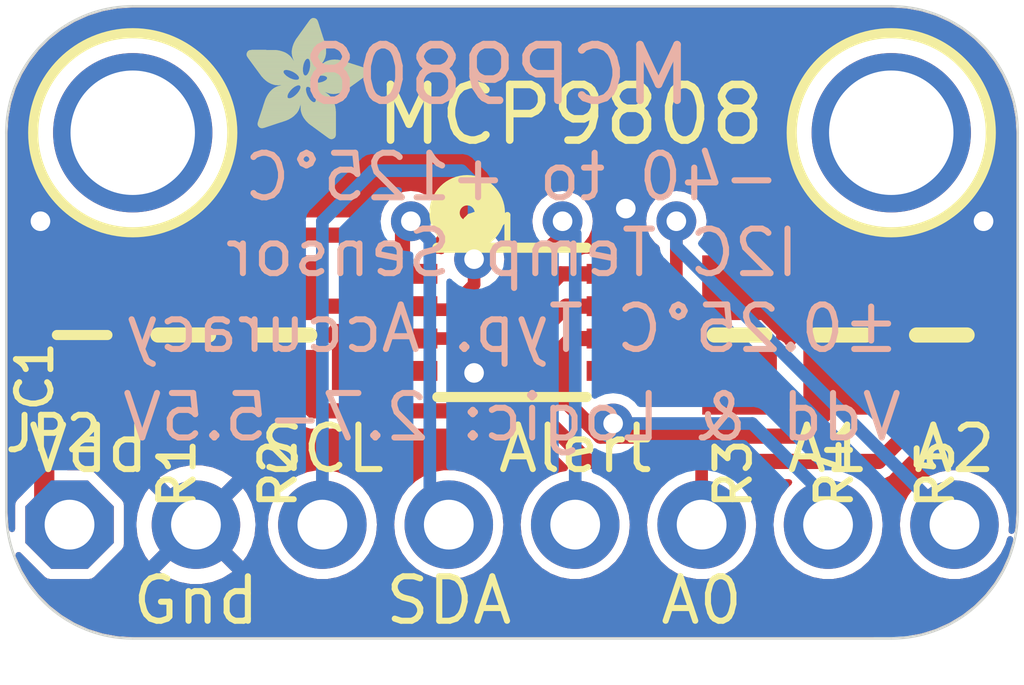
<source format=kicad_pcb>
(kicad_pcb (version 20221018) (generator pcbnew)
  (layers (0 "F.Cu" signal) (31 "B.Cu" signal) (34 "B.Paste" user) (35 "F.Paste" user) (36 "B.SilkS" user "B.Silkscreen") (37 "F.SilkS" user "F.Silkscreen") (38 "B.Mask" user) (39 "F.Mask" user) (44 "Edge.Cuts" user))
  (net 0 "")
  (net 1 "GND")
  (net 2 "VDD")
  (net 3 "SDA")
  (net 4 "SCL")
  (net 5 "ALERT")
  (net 6 "A0")
  (net 7 "A1")
  (net 8 "A2")
  (footprint "working:0805-NO" (layer "F.Cu") (at 155.1051 105.2576 -90)
    (fp_text reference "R4" (at 2.032 0.127 90) (layer "F.SilkS") (effects (font (size 0.692831 0.692831) (thickness 0.119969)) (justify right)))
    (fp_text value "10K")
    (pad "1" smd rect (at -0.95 0 270) (size 1.3 1.5) (layers "F.Cu" "F.Paste" "F.Mask") (net 1 "GND"))
    (pad "2" smd rect (at 0.95 0 270) (size 1.3 1.5) (layers "F.Cu" "F.Paste" "F.Mask") (net 7 "A1"))
  )
  (footprint "working:_0805MP" (layer "F.Cu") (at 139.8651 105.2576 90)
    (fp_text reference "C1" (at -1.5875 -0.9525 90) (layer "F.SilkS") (effects (font (size 0.692831 0.692831) (thickness 0.119969)) (justify left)))
    (fp_text value "1uF")
    (pad "1" smd rect (at -1.016 0 90) (size 1.2 1.3) (layers "F.Cu" "F.Paste" "F.Mask") (net 2 "VDD"))
    (pad "2" smd rect (at 1.016 0 90) (size 1.2 1.3) (layers "F.Cu" "F.Paste" "F.Mask") (net 1 "GND"))
  )
  (footprint "working:MOUNTINGHOLE_2.5_PLATED" (layer "F.Cu") (at 156.1211 101.1936)
    (fp_text reference "U$5" hide)
    (fp_text value "MOUNTINGHOLE2.5" hide)
    (pad "P$1" thru_hole circle (at 0 0) (size 3.2 3.2) (drill 2.5) (layers "*.Cu" "*.Mask"))
    (zone (net 0) (net_name "") (layer "F.Cu") (connect_pads (clearance 0)) (min_thickness 0.25)
      (keepout (tracks not_allowed) (vias not_allowed) (pads not_allowed) (copperpour not_allowed) (footprints allowed))
      (fill (thermal_gap 0.5) (thermal_bridge_width 0.5))
      (polygon (pts (xy 158.1371 101.1936) (xy 158.11748 100.913027) (xy 158.059004 100.637915) (xy 157.962808 100.373619) (xy 157.830765 100.125283) (xy 157.665446 99.89774) (xy 157.470067 99.69542) (xy 157.248433 99.52226) (xy 157.004856 99.381631) (xy 156.744078 99.27627) (xy 156.471175 99.208228) (xy 156.191457 99.178828) (xy 155.910371 99.188644) (xy 155.633385 99.237484) (xy 155.365893 99.324397) (xy 155.1131 99.447693) (xy 154.879926 99.60497) (xy 154.670911 99.793169) (xy 154.490122 100.008625) (xy 154.341078 100.247145) (xy 154.22668 100.504087) (xy 154.149154 100.77445) (xy 154.110011 101.052971) (xy 154.110011 101.334229) (xy 154.149154 101.61275) (xy 154.22668 101.883113) (xy 154.341078 102.140055) (xy 154.490122 102.378575) (xy 154.670911 102.594031) (xy 154.879926 102.78223) (xy 155.1131 102.939507) (xy 155.365893 103.062803) (xy 155.633385 103.149716) (xy 155.910371 103.198556) (xy 156.191457 103.208372) (xy 156.471175 103.178972) (xy 156.744078 103.11093) (xy 157.004856 103.005569) (xy 157.248433 102.86494) (xy 157.470067 102.69178) (xy 157.665446 102.48946) (xy 157.830765 102.261917) (xy 157.962808 102.013581) (xy 158.059004 101.749285) (xy 158.11748 101.474173)))
      (polygon (pts (xy 156.1051 101.1936) (xy 156.109786 101.204914) (xy 156.1211 101.2096) (xy 156.132414 101.204914) (xy 156.1371 101.1936) (xy 156.132414 101.182286) (xy 156.1211 101.1776) (xy 156.109786 101.182286)))
    )
    (zone (net 0) (net_name "") (layer "B.Cu") (connect_pads (clearance 0)) (min_thickness 0.25)
      (keepout (tracks not_allowed) (vias not_allowed) (pads not_allowed) (copperpour not_allowed) (footprints allowed))
      (fill (thermal_gap 0.5) (thermal_bridge_width 0.5))
      (polygon (pts (xy 158.1371 101.1936) (xy 158.11748 100.913027) (xy 158.059004 100.637915) (xy 157.962808 100.373619) (xy 157.830765 100.125283) (xy 157.665446 99.89774) (xy 157.470067 99.69542) (xy 157.248433 99.52226) (xy 157.004856 99.381631) (xy 156.744078 99.27627) (xy 156.471175 99.208228) (xy 156.191457 99.178828) (xy 155.910371 99.188644) (xy 155.633385 99.237484) (xy 155.365893 99.324397) (xy 155.1131 99.447693) (xy 154.879926 99.60497) (xy 154.670911 99.793169) (xy 154.490122 100.008625) (xy 154.341078 100.247145) (xy 154.22668 100.504087) (xy 154.149154 100.77445) (xy 154.110011 101.052971) (xy 154.110011 101.334229) (xy 154.149154 101.61275) (xy 154.22668 101.883113) (xy 154.341078 102.140055) (xy 154.490122 102.378575) (xy 154.670911 102.594031) (xy 154.879926 102.78223) (xy 155.1131 102.939507) (xy 155.365893 103.062803) (xy 155.633385 103.149716) (xy 155.910371 103.198556) (xy 156.191457 103.208372) (xy 156.471175 103.178972) (xy 156.744078 103.11093) (xy 157.004856 103.005569) (xy 157.248433 102.86494) (xy 157.470067 102.69178) (xy 157.665446 102.48946) (xy 157.830765 102.261917) (xy 157.962808 102.013581) (xy 158.059004 101.749285) (xy 158.11748 101.474173)))
      (polygon (pts (xy 156.1051 101.1936) (xy 156.109786 101.204914) (xy 156.1211 101.2096) (xy 156.132414 101.204914) (xy 156.1371 101.1936) (xy 156.132414 101.182286) (xy 156.1211 101.1776) (xy 156.109786 101.182286)))
    )
  )
  (footprint "working:FIDUCIAL_1MM" (layer "F.Cu") (at 143.9291 102.0826)
    (fp_text reference "FID1" hide)
    (fp_text value "FIDUCIAL\"\"" hide)
    (pad "1" smd roundrect (at 0 0) (size 1 1) (layers "F.Cu" "F.Mask") (roundrect_rratio 0.5))
  )
  (footprint "working:0805-NO" (layer "F.Cu") (at 141.8971 105.2576 -90)
    (fp_text reference "R1" (at 2.032 0.127 90) (layer "F.SilkS") (effects (font (size 0.692831 0.692831) (thickness 0.119969)) (justify right)))
    (fp_text value "10K")
    (pad "1" smd rect (at -0.95 0 270) (size 1.3 1.5) (layers "F.Cu" "F.Paste" "F.Mask") (net 3 "SDA"))
    (pad "2" smd rect (at 0.95 0 270) (size 1.3 1.5) (layers "F.Cu" "F.Paste" "F.Mask") (net 2 "VDD"))
  )
  (footprint "working:0805-NO" (layer "F.Cu") (at 153.0731 105.2576 -90)
    (fp_text reference "R3" (at 2.032 0.127 90) (layer "F.SilkS") (effects (font (size 0.692831 0.692831) (thickness 0.119969)) (justify right)))
    (fp_text value "10K")
    (pad "1" smd rect (at -0.95 0 270) (size 1.3 1.5) (layers "F.Cu" "F.Paste" "F.Mask") (net 1 "GND"))
    (pad "2" smd rect (at 0.95 0 270) (size 1.3 1.5) (layers "F.Cu" "F.Paste" "F.Mask") (net 8 "A2"))
  )
  (footprint "working:FIDUCIAL_1MM" (layer "F.Cu") (at 156.1211 110.5916)
    (fp_text reference "FID2" hide)
    (fp_text value "FIDUCIAL\"\"" hide)
    (pad "1" smd roundrect (at 0 0) (size 1 1) (layers "F.Cu" "F.Mask") (roundrect_rratio 0.5))
  )
  (footprint "working:MSOP8_0.65MM" (layer "F.Cu") (at 148.5011 105.0036 -90)
    (fp_text reference "IC1" (at -1.778 1.524) (layer "F.SilkS") (effects (font (size 0.692831 0.692831) (thickness 0.119969)) (justify left)))
    (fp_text value "MCP9808-E/MS")
    (pad "1" smd rect (at -0.975 2.2) (size 1.4 0.4) (layers "F.Cu" "F.Paste" "F.Mask") (net 3 "SDA"))
    (pad "2" smd rect (at -0.325 2.2) (size 1.4 0.4) (layers "F.Cu" "F.Paste" "F.Mask") (net 4 "SCL"))
    (pad "3" smd rect (at 0.325 2.2) (size 1.4 0.4) (layers "F.Cu" "F.Paste" "F.Mask") (net 5 "ALERT"))
    (pad "4" smd rect (at 0.975 2.2) (size 1.4 0.4) (layers "F.Cu" "F.Paste" "F.Mask") (net 1 "GND"))
    (pad "5" smd rect (at 0.975 -2.2) (size 1.4 0.4) (layers "F.Cu" "F.Paste" "F.Mask") (net 8 "A2"))
    (pad "6" smd rect (at 0.325 -2.2) (size 1.4 0.4) (layers "F.Cu" "F.Paste" "F.Mask") (net 7 "A1"))
    (pad "7" smd rect (at -0.325 -2.2) (size 1.4 0.4) (layers "F.Cu" "F.Paste" "F.Mask") (net 6 "A0"))
    (pad "8" smd rect (at -0.975 -2.2) (size 1.4 0.4) (layers "F.Cu" "F.Paste" "F.Mask") (net 2 "VDD"))
  )
  (footprint "working:0805-NO" (layer "F.Cu") (at 157.1371 105.2576 -90)
    (fp_text reference "R5" (at 2.032 0.127 90) (layer "F.SilkS") (effects (font (size 0.692831 0.692831) (thickness 0.119969)) (justify right)))
    (fp_text value "10K")
    (pad "1" smd rect (at -0.95 0 270) (size 1.3 1.5) (layers "F.Cu" "F.Paste" "F.Mask") (net 1 "GND"))
    (pad "2" smd rect (at 0.95 0 270) (size 1.3 1.5) (layers "F.Cu" "F.Paste" "F.Mask") (net 6 "A0"))
  )
  (footprint "working:MOUNTINGHOLE_2.5_PLATED" (layer "F.Cu") (at 140.8811 101.1936)
    (fp_text reference "U$3" hide)
    (fp_text value "MOUNTINGHOLE2.5" hide)
    (pad "P$1" thru_hole circle (at 0 0) (size 3.2 3.2) (drill 2.5) (layers "*.Cu" "*.Mask"))
    (zone (net 0) (net_name "") (layer "F.Cu") (connect_pads (clearance 0)) (min_thickness 0.25)
      (keepout (tracks not_allowed) (vias not_allowed) (pads not_allowed) (copperpour not_allowed) (footprints allowed))
      (fill (thermal_gap 0.5) (thermal_bridge_width 0.5))
      (polygon (pts (xy 142.8971 101.1936) (xy 142.87748 100.913027) (xy 142.819004 100.637915) (xy 142.722808 100.373619) (xy 142.590765 100.125283) (xy 142.425446 99.89774) (xy 142.230067 99.69542) (xy 142.008433 99.52226) (xy 141.764856 99.381631) (xy 141.504078 99.27627) (xy 141.231175 99.208228) (xy 140.951457 99.178828) (xy 140.670371 99.188644) (xy 140.393385 99.237484) (xy 140.125893 99.324397) (xy 139.8731 99.447693) (xy 139.639926 99.60497) (xy 139.430911 99.793169) (xy 139.250122 100.008625) (xy 139.101078 100.247145) (xy 138.98668 100.504087) (xy 138.909154 100.77445) (xy 138.870011 101.052971) (xy 138.870011 101.334229) (xy 138.909154 101.61275) (xy 138.98668 101.883113) (xy 139.101078 102.140055) (xy 139.250122 102.378575) (xy 139.430911 102.594031) (xy 139.639926 102.78223) (xy 139.8731 102.939507) (xy 140.125893 103.062803) (xy 140.393385 103.149716) (xy 140.670371 103.198556) (xy 140.951457 103.208372) (xy 141.231175 103.178972) (xy 141.504078 103.11093) (xy 141.764856 103.005569) (xy 142.008433 102.86494) (xy 142.230067 102.69178) (xy 142.425446 102.48946) (xy 142.590765 102.261917) (xy 142.722808 102.013581) (xy 142.819004 101.749285) (xy 142.87748 101.474173)))
      (polygon (pts (xy 140.8651 101.1936) (xy 140.869786 101.204914) (xy 140.8811 101.2096) (xy 140.892414 101.204914) (xy 140.8971 101.1936) (xy 140.892414 101.182286) (xy 140.8811 101.1776) (xy 140.869786 101.182286)))
    )
    (zone (net 0) (net_name "") (layer "B.Cu") (connect_pads (clearance 0)) (min_thickness 0.25)
      (keepout (tracks not_allowed) (vias not_allowed) (pads not_allowed) (copperpour not_allowed) (footprints allowed))
      (fill (thermal_gap 0.5) (thermal_bridge_width 0.5))
      (polygon (pts (xy 142.8971 101.1936) (xy 142.87748 100.913027) (xy 142.819004 100.637915) (xy 142.722808 100.373619) (xy 142.590765 100.125283) (xy 142.425446 99.89774) (xy 142.230067 99.69542) (xy 142.008433 99.52226) (xy 141.764856 99.381631) (xy 141.504078 99.27627) (xy 141.231175 99.208228) (xy 140.951457 99.178828) (xy 140.670371 99.188644) (xy 140.393385 99.237484) (xy 140.125893 99.324397) (xy 139.8731 99.447693) (xy 139.639926 99.60497) (xy 139.430911 99.793169) (xy 139.250122 100.008625) (xy 139.101078 100.247145) (xy 138.98668 100.504087) (xy 138.909154 100.77445) (xy 138.870011 101.052971) (xy 138.870011 101.334229) (xy 138.909154 101.61275) (xy 138.98668 101.883113) (xy 139.101078 102.140055) (xy 139.250122 102.378575) (xy 139.430911 102.594031) (xy 139.639926 102.78223) (xy 139.8731 102.939507) (xy 140.125893 103.062803) (xy 140.393385 103.149716) (xy 140.670371 103.198556) (xy 140.951457 103.208372) (xy 141.231175 103.178972) (xy 141.504078 103.11093) (xy 141.764856 103.005569) (xy 142.008433 102.86494) (xy 142.230067 102.69178) (xy 142.425446 102.48946) (xy 142.590765 102.261917) (xy 142.722808 102.013581) (xy 142.819004 101.749285) (xy 142.87748 101.474173)))
      (polygon (pts (xy 140.8651 101.1936) (xy 140.869786 101.204914) (xy 140.8811 101.2096) (xy 140.892414 101.204914) (xy 140.8971 101.1936) (xy 140.892414 101.182286) (xy 140.8811 101.1776) (xy 140.869786 101.182286)))
    )
  )
  (footprint "working:1X08_ROUND_70" (layer "F.Cu") (at 148.5011 109.0676)
    (fp_text reference "JP2" (at -10.2362 -1.8288) (layer "F.SilkS") (effects (font (size 0.692831 0.692831) (thickness 0.119969)) (justify left)))
    (fp_text value "")
    (pad "1" thru_hole roundrect (at -8.89 0 90) (size 1.778 1.778) (drill 1) (layers "*.Cu" "*.Mask") (chamfer_ratio 0.2928932188) (chamfer top_left top_right bottom_left bottom_right) (net 2 "VDD"))
    (pad "2" thru_hole circle (at -6.35 0 90) (size 1.778 1.778) (drill 1) (layers "*.Cu" "*.Mask") (net 1 "GND"))
    (pad "3" thru_hole circle (at -3.81 0 90) (size 1.778 1.778) (drill 1) (layers "*.Cu" "*.Mask") (net 4 "SCL"))
    (pad "4" thru_hole circle (at -1.27 0 90) (size 1.778 1.778) (drill 1) (layers "*.Cu" "*.Mask") (net 3 "SDA"))
    (pad "5" thru_hole circle (at 1.27 0 90) (size 1.778 1.778) (drill 1) (layers "*.Cu" "*.Mask") (net 5 "ALERT"))
    (pad "6" thru_hole circle (at 3.81 0 90) (size 1.778 1.778) (drill 1) (layers "*.Cu" "*.Mask") (net 6 "A0"))
    (pad "7" thru_hole circle (at 6.35 0 90) (size 1.778 1.778) (drill 1) (layers "*.Cu" "*.Mask") (net 7 "A1"))
    (pad "8" thru_hole circle (at 8.89 0 90) (size 1.778 1.778) (drill 1) (layers "*.Cu" "*.Mask") (net 8 "A2"))
  )
  (footprint "working:0805-NO" (layer "F.Cu") (at 143.9291 105.2576 -90)
    (fp_text reference "R2" (at 2.032 0.127 90) (layer "F.SilkS") (effects (font (size 0.692831 0.692831) (thickness 0.119969)) (justify right)))
    (fp_text value "10K")
    (pad "1" smd rect (at -0.95 0 270) (size 1.3 1.5) (layers "F.Cu" "F.Paste" "F.Mask") (net 4 "SCL"))
    (pad "2" smd rect (at 0.95 0 270) (size 1.3 1.5) (layers "F.Cu" "F.Paste" "F.Mask") (net 2 "VDD"))
  )
  (footprint "working:ADAFRUIT_2.5MM" (layer "F.Cu") (at 143.1671 101.3206)
    (fp_text reference "U$4" hide)
    (fp_text value "" hide)
  )
  (gr_line (start 158.6611 101.1936) (end 158.6611 108.8136) (stroke (width 0.05)) (layer "Edge.Cuts"))
  (gr_arc (start 158.6611 108.8136) (mid 157.917151 110.609651) (end 156.1211 111.3536) (stroke (width 0.05)) (layer "Edge.Cuts"))
  (gr_line (start 140.8811 98.6536) (end 156.1211 98.6536) (stroke (width 0.05)) (layer "Edge.Cuts"))
  (gr_line (start 156.1211 111.3536) (end 140.8811 111.3536) (stroke (width 0.05)) (layer "Edge.Cuts"))
  (gr_arc (start 138.3411 101.1936) (mid 139.085049 99.397549) (end 140.8811 98.6536) (stroke (width 0.05)) (layer "Edge.Cuts"))
  (gr_arc (start 156.1211 98.6536) (mid 157.917151 99.397549) (end 158.6611 101.1936) (stroke (width 0.05)) (layer "Edge.Cuts"))
  (gr_arc (start 140.8811 111.3536) (mid 139.085049 110.609651) (end 138.3411 108.8136) (stroke (width 0.05)) (layer "Edge.Cuts"))
  (gr_line (start 138.3411 108.8136) (end 138.3411 101.1936) (stroke (width 0.05)) (layer "Edge.Cuts"))
  (gr_text "Vdd & Logic: 2.7-5.5V" (at 148.5011 106.9086) (layer "B.SilkS") (effects (font (size 0.89408 0.89408) (thickness 0.12192)) (justify mirror)))
  (gr_text "-40 to +125°C" (at 148.5011 102.0826) (layer "B.SilkS") (effects (font (size 0.89408 0.89408) (thickness 0.12192)) (justify mirror)))
  (gr_text "MCP9808" (at 152.1841 100.6856) (layer "B.SilkS") (effects (font (size 1.1176 1.1176) (thickness 0.1524)) (justify left bottom mirror)))
  (gr_text "±0.25°C Typ. Accuracy" (at 148.5011 105.1306) (layer "B.SilkS") (effects (font (size 0.89408 0.89408) (thickness 0.12192)) (justify mirror)))
  (gr_text "I2C Temp Sensor" (at 148.5011 103.6066) (layer "B.SilkS") (effects (font (size 0.89408 0.89408) (thickness 0.12192)) (justify mirror)))
  (gr_text "MCP9808" (at 145.6944 101.4857) (layer "F.SilkS") (effects (font (size 1.1176 1.1176) (thickness 0.1524)) (justify left bottom)))
  (gr_text "Vdd" (at 139.9921 107.5436) (layer "F.SilkS") (effects (font (size 0.89408 0.89408) (thickness 0.12192))))
  (gr_text "SCL" (at 144.6911 107.5436) (layer "F.SilkS") (effects (font (size 0.89408 0.89408) (thickness 0.12192))))
  (gr_text "A0" (at 152.3111 110.5916) (layer "F.SilkS") (effects (font (size 0.89408 0.89408) (thickness 0.12192))))
  (gr_text "Gnd" (at 142.1511 110.5916) (layer "F.SilkS") (effects (font (size 0.89408 0.89408) (thickness 0.12192))))
  (gr_text "Alert" (at 149.7711 107.5436) (layer "F.SilkS") (effects (font (size 0.89408 0.89408) (thickness 0.12192))))
  (gr_text "A2" (at 157.3911 107.5436) (layer "F.SilkS") (effects (font (size 0.89408 0.89408) (thickness 0.12192))))
  (gr_text "SDA" (at 147.2311 110.5916) (layer "F.SilkS") (effects (font (size 0.89408 0.89408) (thickness 0.12192))))
  (gr_text "A1" (at 154.8511 107.5436) (layer "F.SilkS") (effects (font (size 0.89408 0.89408) (thickness 0.12192))))
  (via (at 147.7391 106.0196) (size 0.8001) (drill 0.3937) (layers "F.Cu" "B.Cu") (net 1))
  (via (at 150.7871 102.7176) (size 0.8001) (drill 0.3937) (layers "F.Cu" "B.Cu") (net 1))
  (via (at 157.9753 102.9716) (size 0.8001) (drill 0.3937) (layers "F.Cu" "B.Cu") (net 1))
  (via (at 139.0269 102.9716) (size 0.8001) (drill 0.3937) (layers "F.Cu" "B.Cu") (net 1))
  (segment (start 139.6111 106.5276) (end 139.8651 106.2736) (width 0.4064) (layer "F.Cu") (net 2))
  (segment (start 143.9291 106.2076) (end 144.5031 106.7816) (width 0.3048) (layer "F.Cu") (net 2))
  (segment (start 139.9311 106.2076) (end 139.8651 106.2736) (width 0.3048) (layer "F.Cu") (net 2))
  (segment (start 139.1031 107.0356) (end 139.8651 106.2736) (width 0.4064) (layer "F.Cu") (net 2))
  (segment (start 139.6111 109.0676) (end 139.1031 108.5596) (width 0.4064) (layer "F.Cu") (net 2))
  (segment (start 141.8971 106.2076) (end 139.9311 106.2076) (width 0.3048) (layer "F.Cu") (net 2))
  (segment (start 139.1031 108.5596) (end 139.1031 107.0356) (width 0.4064) (layer "F.Cu") (net 2))
  (segment (start 148.5011 106.7816) (end 148.5011 105.0036) (width 0.3048) (layer "F.Cu") (net 2))
  (segment (start 149.4761 104.0286) (end 148.5011 105.0036) (width 0.3048) (layer "F.Cu") (net 2))
  (segment (start 150.7011 104.0286) (end 149.4761 104.0286) (width 0.3048) (layer "F.Cu") (net 2))
  (segment (start 143.9291 106.2076) (end 141.8971 106.2076) (width 0.3048) (layer "F.Cu") (net 2))
  (segment (start 144.5031 106.7816) (end 148.5011 106.7816) (width 0.3048) (layer "F.Cu") (net 2))
  (segment (start 145.5235 103.251) (end 142.6337 103.251) (width 0.3048) (layer "F.Cu") (net 3))
  (segment (start 146.3011 104.0286) (end 146.3011 103.9016) (width 0.254) (layer "F.Cu") (net 3))
  (segment (start 146.3011 103.1396) (end 146.4691 102.9716) (width 0.3048) (layer "F.Cu") (net 3))
  (segment (start 145.5235 103.251) (end 146.3011 104.0286) (width 0.3048) (layer "F.Cu") (net 3))
  (segment (start 146.3011 103.9016) (end 146.3011 103.1396) (width 0.3048) (layer "F.Cu") (net 3))
  (segment (start 141.8971 103.9876) (end 141.8971 104.3076) (width 0.3048) (layer "F.Cu") (net 3))
  (segment (start 142.6337 103.251) (end 141.8971 103.9876) (width 0.3048) (layer "F.Cu") (net 3))
  (via (at 146.4691 102.9716) (size 0.8001) (drill 0.3937) (layers "F.Cu" "B.Cu") (net 3))
  (segment (start 147.2311 109.0676) (end 146.8501 108.6866) (width 0.254) (layer "B.Cu") (net 3))
  (segment (start 146.8501 103.3526) (end 146.4691 102.9716) (width 0.254) (layer "B.Cu") (net 3))
  (segment (start 146.8501 108.6866) (end 146.8501 103.3526) (width 0.254) (layer "B.Cu") (net 3))
  (segment (start 144.3001 104.6786) (end 143.9291 104.3076) (width 0.3048) (layer "F.Cu") (net 4))
  (segment (start 147.2311 104.7496) (end 146.3721 104.7496) (width 0.254) (layer "F.Cu") (net 4))
  (segment (start 147.7391 104.2416) (end 147.2311 104.7496) (width 0.254) (layer "F.Cu") (net 4))
  (segment (start 147.7391 103.7336) (end 147.7391 104.2416) (width 0.254) (layer "F.Cu") (net 4))
  (segment (start 146.3721 104.7496) (end 146.3011 104.6786) (width 0.254) (layer "F.Cu") (net 4))
  (segment (start 146.3011 104.6786) (end 144.3001 104.6786) (width 0.3048) (layer "F.Cu") (net 4))
  (via (at 147.7391 103.7336) (size 0.8001) (drill 0.3937) (layers "F.Cu" "B.Cu") (net 4))
  (segment (start 144.6911 109.0676) (end 144.6911 102.9716) (width 0.254) (layer "B.Cu") (net 4))
  (segment (start 144.6911 102.9716) (end 145.7071 101.9556) (width 0.254) (layer "B.Cu") (net 4))
  (segment (start 147.4851 101.9556) (end 147.7391 102.2096) (width 0.254) (layer "B.Cu") (net 4))
  (segment (start 145.7071 101.9556) (end 147.4851 101.9556) (width 0.254) (layer "B.Cu") (net 4))
  (segment (start 147.7391 102.2096) (end 147.7391 103.7336) (width 0.254) (layer "B.Cu") (net 4))
  (segment (start 149.5171 102.9716) (end 149.5171 103.2256) (width 0.254) (layer "F.Cu") (net 5))
  (segment (start 147.4141 105.3286) (end 146.3011 105.3286) (width 0.254) (layer "F.Cu") (net 5))
  (segment (start 149.5171 103.2256) (end 147.4141 105.3286) (width 0.254) (layer "F.Cu") (net 5))
  (via (at 149.5171 102.9716) (size 0.8001) (drill 0.3937) (layers "F.Cu" "B.Cu") (net 5))
  (segment (start 149.7711 109.0676) (end 149.7711 103.2256) (width 0.254) (layer "B.Cu") (net 5))
  (segment (start 149.7711 103.2256) (end 149.5171 102.9716) (width 0.254) (layer "B.Cu") (net 5))
  (segment (start 149.5881 104.6786) (end 150.7011 104.6786) (width 0.3048) (layer "F.Cu") (net 6))
  (segment (start 149.0091 105.2576) (end 149.5881 104.6786) (width 0.3048) (layer "F.Cu") (net 6))
  (segment (start 150.0251 107.7976) (end 149.0091 106.7816) (width 0.3048) (layer "F.Cu") (net 6))
  (segment (start 149.0091 106.7816) (end 149.0091 105.2576) (width 0.3048) (layer "F.Cu") (net 6))
  (segment (start 157.1371 106.2076) (end 157.1371 106.5276) (width 0.3048) (layer "F.Cu") (net 6))
  (segment (start 152.3111 107.7976) (end 150.0251 107.7976) (width 0.3048) (layer "F.Cu") (net 6))
  (segment (start 152.3111 109.0676) (end 152.3111 107.7976) (width 0.254) (layer "F.Cu") (net 6))
  (segment (start 157.1371 106.5276) (end 155.8671 107.7976) (width 0.3048) (layer "F.Cu") (net 6))
  (segment (start 155.8671 107.7976) (end 152.3111 107.7976) (width 0.3048) (layer "F.Cu") (net 6))
  (segment (start 150.6601 107.2896) (end 150.2791 107.2896) (width 0.3048) (layer "F.Cu") (net 7))
  (segment (start 149.5171 106.5276) (end 149.5171 105.5116) (width 0.3048) (layer "F.Cu") (net 7))
  (segment (start 154.3431 107.2896) (end 150.6601 107.2896) (width 0.3048) (layer "F.Cu") (net 7))
  (segment (start 149.7001 105.3286) (end 149.5171 105.5116) (width 0.3048) (layer "F.Cu") (net 7))
  (segment (start 150.5331 107.0356) (end 150.6601 107.1626) (width 0.3048) (layer "F.Cu") (net 7))
  (segment (start 150.6601 107.1626) (end 150.6601 107.2896) (width 0.3048) (layer "F.Cu") (net 7))
  (segment (start 150.2791 107.2896) (end 149.5171 106.5276) (width 0.3048) (layer "F.Cu") (net 7))
  (segment (start 150.7011 105.3286) (end 149.7001 105.3286) (width 0.3048) (layer "F.Cu") (net 7))
  (segment (start 155.1051 106.2076) (end 155.1051 106.5276) (width 0.3048) (layer "F.Cu") (net 7))
  (segment (start 155.1051 106.5276) (end 154.3431 107.2896) (width 0.3048) (layer "F.Cu") (net 7))
  (via (at 150.5331 107.0356) (size 0.8001) (drill 0.3937) (layers "F.Cu" "B.Cu") (net 7))
  (segment (start 154.8511 109.0676) (end 154.8511 108.5596) (width 0.254) (layer "B.Cu") (net 7))
  (segment (start 154.8511 108.5596) (end 153.3271 107.0356) (width 0.254) (layer "B.Cu") (net 7))
  (segment (start 153.3271 107.0356) (end 150.5331 107.0356) (width 0.254) (layer "B.Cu") (net 7))
  (segment (start 150.7011 105.9786) (end 151.8031 105.9786) (width 0.3048) (layer "F.Cu") (net 8))
  (segment (start 151.8031 105.9786) (end 152.8441 105.9786) (width 0.3048) (layer "F.Cu") (net 8))
  (segment (start 152.8441 105.9786) (end 153.0731 106.2076) (width 0.3048) (layer "F.Cu") (net 8))
  (segment (start 151.8031 102.9716) (end 151.8031 105.9786) (width 0.254) (layer "F.Cu") (net 8))
  (via (at 151.8031 102.9716) (size 0.8001) (drill 0.3937) (layers "F.Cu" "B.Cu") (net 8))
  (segment (start 151.8031 103.4796) (end 151.8031 102.9716) (width 0.254) (layer "B.Cu") (net 8))
  (segment (start 157.3911 109.0676) (end 151.8031 103.4796) (width 0.254) (layer "B.Cu") (net 8))
  (zone (net 1) (net_name "GND") (layer "F.Cu") (priority 6) (connect_pads (clearance 0.000001)) (min_thickness 0.127) (fill yes (thermal_gap 0.304) (thermal_bridge_width 0.304))
    (polygon (pts (xy 158.7881 111.4806) (xy 138.2141 111.4806) (xy 138.2141 98.5266) (xy 158.7881 98.5266)))
  )
  (zone (net 1) (net_name "GND") (layer "B.Cu") (priority 6) (connect_pads (clearance 0.000001)) (min_thickness 0.127) (fill yes (thermal_gap 0.304) (thermal_bridge_width 0.304))
    (polygon (pts (xy 158.7881 111.4806) (xy 138.2141 111.4806) (xy 138.2141 98.5266) (xy 158.7881 98.5266)))
  )
)
</source>
